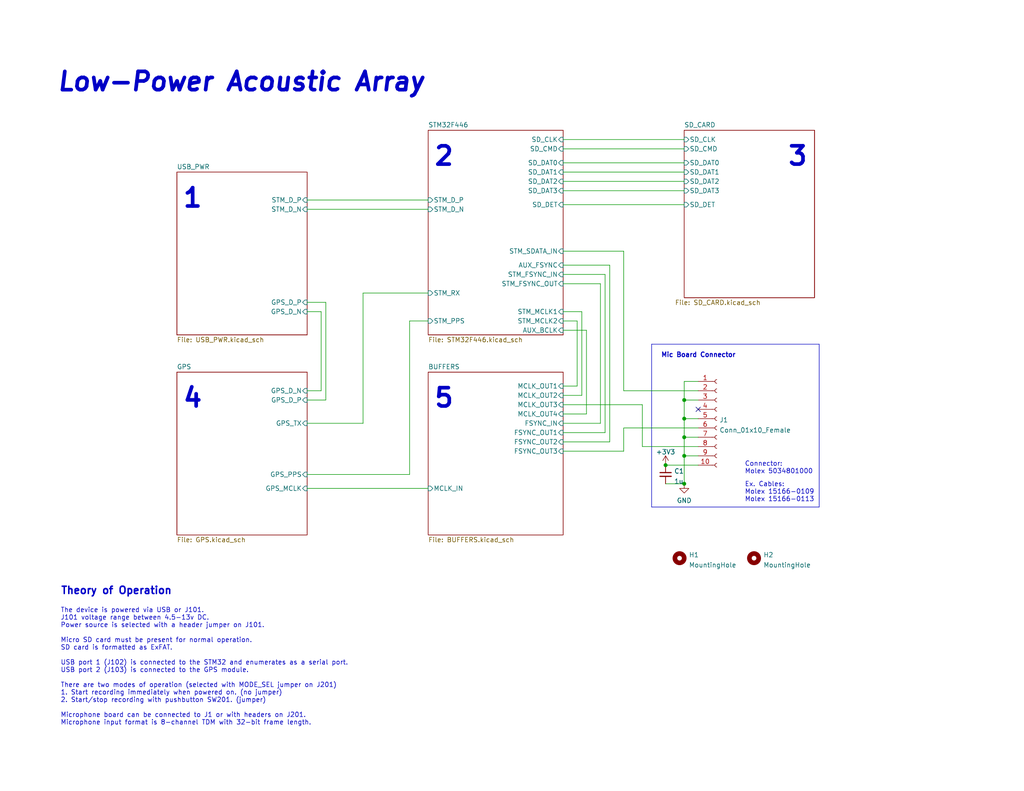
<source format=kicad_sch>
(kicad_sch (version 20230121) (generator eeschema)
  (paper "USLetter")
  (title_block (title "Low Power Array") (date "2023-02-01") (rev "1") (company "UM NCPA") (comment 1 "Charlie Gilliland"))
  (lib_symbols
    (symbol "Connector:Conn_01x10_Female" (pin_names (offset 1.016) hide)
      (property "Reference" "J" (at 0 12.7 0))
      (property "Value" "Conn_01x10_Female" (at 0 -15.24 0))
      (symbol "Conn_01x10_Female_1_1"
        (arc (start 0 -12.192) (mid -0.5058 -12.7) (end 0 -13.208) (stroke (width 0.1524)))
        (arc (start 0 -9.652) (mid -0.5058 -10.16) (end 0 -10.668) (stroke (width 0.1524)))
        (arc (start 0 -7.112) (mid -0.5058 -7.62) (end 0 -8.128) (stroke (width 0.1524)))
        (arc (start 0 -4.572) (mid -0.5058 -5.08) (end 0 -5.588) (stroke (width 0.1524)))
        (arc (start 0 -2.032) (mid -0.5058 -2.54) (end 0 -3.048) (stroke (width 0.1524)))
        (polyline (pts (xy -1.27 -12.7) (xy -0.508 -12.7)) (stroke (width 0.1524)))
        (polyline (pts (xy -1.27 -10.16) (xy -0.508 -10.16)) (stroke (width 0.1524)))
        (polyline (pts (xy -1.27 -7.62) (xy -0.508 -7.62)) (stroke (width 0.1524)))
        (polyline (pts (xy -1.27 -5.08) (xy -0.508 -5.08)) (stroke (width 0.1524)))
        (polyline (pts (xy -1.27 -2.54) (xy -0.508 -2.54)) (stroke (width 0.1524)))
        (polyline (pts (xy -1.27 0) (xy -0.508 0)) (stroke (width 0.1524)))
        (polyline (pts (xy -1.27 2.54) (xy -0.508 2.54)) (stroke (width 0.1524)))
        (polyline (pts (xy -1.27 5.08) (xy -0.508 5.08)) (stroke (width 0.1524)))
        (polyline (pts (xy -1.27 7.62) (xy -0.508 7.62)) (stroke (width 0.1524)))
        (polyline (pts (xy -1.27 10.16) (xy -0.508 10.16)) (stroke (width 0.1524)))
        (arc (start 0 0.508) (mid -0.5058 0) (end 0 -0.508) (stroke (width 0.1524)))
        (arc (start 0 3.048) (mid -0.5058 2.54) (end 0 2.032) (stroke (width 0.1524)))
        (arc (start 0 5.588) (mid -0.5058 5.08) (end 0 4.572) (stroke (width 0.1524)))
        (arc (start 0 8.128) (mid -0.5058 7.62) (end 0 7.112) (stroke (width 0.1524)))
        (arc (start 0 10.668) (mid -0.5058 10.16) (end 0 9.652) (stroke (width 0.1524)))
        (pin passive line (at -5.08 10.16 0) (length 3.81) (name "Pin_1") (number "1"))
        (pin passive line (at -5.08 -12.7 0) (length 3.81) (name "Pin_10") (number "10"))
        (pin passive line (at -5.08 7.62 0) (length 3.81) (name "Pin_2") (number "2"))
        (pin passive line (at -5.08 5.08 0) (length 3.81) (name "Pin_3") (number "3"))
        (pin passive line (at -5.08 2.54 0) (length 3.81) (name "Pin_4") (number "4"))
        (pin passive line (at -5.08 0 0) (length 3.81) (name "Pin_5") (number "5"))
        (pin passive line (at -5.08 -2.54 0) (length 3.81) (name "Pin_6") (number "6"))
        (pin passive line (at -5.08 -5.08 0) (length 3.81) (name "Pin_7") (number "7"))
        (pin passive line (at -5.08 -7.62 0) (length 3.81) (name "Pin_8") (number "8"))
        (pin passive line (at -5.08 -10.16 0) (length 3.81) (name "Pin_9") (number "9"))
      )
    )
    (symbol "Device:C_Small" (pin_numbers hide) (pin_names (offset 0.254) hide)
      (property "Reference" "C" (at 0.254 1.778 0))
      (property "Value" "C_Small" (at 0.254 -2.032 0))
      (symbol "C_Small_0_1"
        (polyline (pts (xy -1.524 -0.508) (xy 1.524 -0.508)) (stroke (width 0.3302)))
        (polyline (pts (xy -1.524 0.508) (xy 1.524 0.508)) (stroke (width 0.3048)))
      )
      (symbol "C_Small_1_1"
        (pin passive line (at 0 2.54 270) (length 2.032) (name "~") (number "1"))
        (pin passive line (at 0 -2.54 90) (length 2.032) (name "~") (number "2"))
      )
    )
    (symbol "Mechanical:MountingHole" (pin_names (offset 1.016))
      (property "Reference" "H" (at 0 5.08 0))
      (property "Value" "MountingHole" (at 0 3.175 0))
      (symbol "MountingHole_0_1"
        (circle (center 0 0) (radius 1.27) (stroke (width 1.27)))
      )
    )
    (symbol "power:+3V3" (power) (pin_names (offset 0))
      (property "Value" "+3V3" (at 0 3.556 0))
      (symbol "+3V3_0_1"
        (polyline (pts (xy -0.762 1.27) (xy 0 2.54)))
        (polyline (pts (xy 0 0) (xy 0 2.54)))
        (polyline (pts (xy 0 2.54) (xy 0.762 1.27)))
      )
      (symbol "+3V3_1_1"
        (pin power_in line (at 0 0 90) (length 0) hide (name "+3V3") (number "1"))
      )
    )
    (symbol "power:GND" (power) (pin_names (offset 0))
      (property "Value" "GND" (at 0 -3.81 0))
      (symbol "GND_0_1"
        (polyline (pts (xy 0 0) (xy 0 -1.27) (xy 1.27 -1.27) (xy 0 -2.54) (xy -1.27 -1.27) (xy 0 -1.27)))
      )
      (symbol "GND_1_1"
        (pin power_in line (at 0 0 270) (length 0) hide (name "GND") (number "1"))
      )
    )
  )
  (junction (at 186.69 132.08))
  (junction (at 186.69 124.46))
  (junction (at 186.69 114.3))
  (junction (at 186.69 109.22))
  (junction (at 181.61 127))
  (junction (at 186.69 119.38))
  (no_connect (at 190.5 111.76))
  (wire (pts (xy 83.82 133.35) (xy 116.84 133.35)))
  (wire (pts (xy 83.82 109.22) (xy 88.9 109.22)))
  (wire (pts (xy 87.63 106.68) (xy 83.82 106.68)))
  (wire (pts (xy 170.18 106.68) (xy 190.5 106.68)))
  (wire (pts (xy 83.82 129.54) (xy 111.76 129.54)))
  (wire (pts (xy 111.76 87.63) (xy 116.84 87.63)))
  (wire (pts (xy 157.48 105.41) (xy 157.48 87.63)))
  (wire (pts (xy 190.5 109.22) (xy 186.69 109.22)))
  (wire (pts (xy 153.67 55.88) (xy 186.69 55.88)))
  (wire (pts (xy 160.02 90.17) (xy 160.02 113.03)))
  (wire (pts (xy 186.69 124.46) (xy 186.69 119.38)))
  (wire (pts (xy 158.75 107.95) (xy 153.67 107.95)))
  (wire (pts (xy 158.75 85.09) (xy 158.75 107.95)))
  (wire (pts (xy 87.63 85.09) (xy 87.63 106.68)))
  (wire (pts (xy 186.69 46.99) (xy 153.67 46.99)))
  (wire (pts (xy 99.06 80.01) (xy 99.06 115.57)))
  (wire (pts (xy 153.67 110.49) (xy 175.26 110.49)))
  (wire (pts (xy 153.67 120.65) (xy 166.37 120.65)))
  (wire (pts (xy 153.67 90.17) (xy 160.02 90.17)))
  (wire (pts (xy 190.5 114.3) (xy 186.69 114.3)))
  (wire (pts (xy 88.9 109.22) (xy 88.9 82.55)))
  (wire (pts (xy 153.67 123.19) (xy 170.18 123.19)))
  (wire (pts (xy 153.67 85.09) (xy 158.75 85.09)))
  (wire (pts (xy 190.5 124.46) (xy 186.69 124.46)))
  (wire (pts (xy 175.26 121.92) (xy 190.5 121.92)))
  (wire (pts (xy 153.67 72.39) (xy 166.37 72.39)))
  (wire (pts (xy 186.69 109.22) (xy 186.69 104.14)))
  (wire (pts (xy 166.37 120.65) (xy 166.37 72.39)))
  (wire (pts (xy 83.82 115.57) (xy 99.06 115.57)))
  (wire (pts (xy 186.69 132.08) (xy 186.69 124.46)))
  (wire (pts (xy 190.5 119.38) (xy 186.69 119.38)))
  (wire (pts (xy 181.61 132.08) (xy 186.69 132.08)))
  (wire (pts (xy 153.67 49.53) (xy 186.69 49.53)))
  (wire (pts (xy 170.18 123.19) (xy 170.18 116.84)))
  (wire (pts (xy 111.76 87.63) (xy 111.76 129.54)))
  (wire (pts (xy 88.9 82.55) (xy 83.82 82.55)))
  (wire (pts (xy 163.83 77.47) (xy 153.67 77.47)))
  (wire (pts (xy 165.1 118.11) (xy 153.67 118.11)))
  (wire (pts (xy 83.82 57.15) (xy 116.84 57.15)))
  (wire (pts (xy 153.67 40.64) (xy 186.69 40.64)))
  (wire (pts (xy 99.06 80.01) (xy 116.84 80.01)))
  (wire (pts (xy 170.18 68.58) (xy 170.18 106.68)))
  (wire (pts (xy 153.67 68.58) (xy 170.18 68.58)))
  (wire (pts (xy 181.61 127) (xy 190.5 127)))
  (wire (pts (xy 157.48 87.63) (xy 153.67 87.63)))
  (wire (pts (xy 186.69 104.14) (xy 190.5 104.14)))
  (wire (pts (xy 186.69 52.07) (xy 153.67 52.07)))
  (wire (pts (xy 83.82 54.61) (xy 116.84 54.61)))
  (wire (pts (xy 175.26 110.49) (xy 175.26 121.92)))
  (wire (pts (xy 163.83 115.57) (xy 163.83 77.47)))
  (wire (pts (xy 153.67 105.41) (xy 157.48 105.41)))
  (polyline (pts (xy 177.8 93.98) (xy 223.52 93.98)))
  (polyline (pts (xy 177.8 138.43) (xy 223.52 138.43)))
  (polyline (pts (xy 177.8 93.98) (xy 177.8 138.43)))
  (wire (pts (xy 153.67 115.57) (xy 163.83 115.57)))
  (wire (pts (xy 186.69 119.38) (xy 186.69 114.3)))
  (wire (pts (xy 153.67 74.93) (xy 165.1 74.93)))
  (polyline (pts (xy 223.52 138.43) (xy 223.52 93.98)))
  (wire (pts (xy 186.69 114.3) (xy 186.69 109.22)))
  (wire (pts (xy 83.82 85.09) (xy 87.63 85.09)))
  (wire (pts (xy 170.18 116.84) (xy 190.5 116.84)))
  (wire (pts (xy 153.67 44.45) (xy 186.69 44.45)))
  (wire (pts (xy 153.67 113.03) (xy 160.02 113.03)))
  (wire (pts (xy 186.69 38.1) (xy 153.67 38.1)))
  (wire (pts (xy 165.1 74.93) (xy 165.1 118.11)))
  (text "The device is powered via USB or J101.\nJ101 voltage range between 4.5-13v DC.\nPower source is selected with a header jumper on J101.\n\nMicro SD card must be present for normal operation.\nSD card is formatted as ExFAT.\n\nUSB port 1 (J102) is connected to the STM32 and enumerates as a serial port.\nUSB port 2 (J103) is connected to the GPS module.\n\nThere are two modes of operation (selected with MODE_SEL jumper on J201)\n1. Start recording immediately when powered on. (no jumper)\n2. Start/stop recording with pushbutton SW201. (jumper)\n\nMicrophone board can be connected to J1 or with headers on J201.\nMicrophone input format is 8-channel TDM with 32-bit frame length." (at 16.51 198.12 0) (effects (font (size 1.27 1.27)) (justify left bottom)))
  (text "4" (at 49.53 111.76 0) (effects (font (size 5 5) bold) (justify left bottom)))
  (text "Connector:\nMolex 5034801000" (at 203.2 129.54 0) (effects (font (size 1.27 1.27)) (justify left bottom)))
  (text "1" (at 49.53 57.15 0) (effects (font (size 5 5) bold) (justify left bottom)))
  (text "2" (at 118.11 45.72 0) (effects (font (size 5 5) bold) (justify left bottom)))
  (text "Theory of Operation" (at 16.51 162.56 0) (effects (font (size 2 2) (thickness 0.4) bold) (justify left bottom)))
  (text "3" (at 214.63 45.72 0) (effects (font (size 5 5) bold) (justify left bottom)))
  (text "5" (at 118.11 111.76 0) (effects (font (size 5 5) bold) (justify left bottom)))
  (text "Mic Board Connector" (at 180.34 97.79 0) (effects (font (size 1.27 1.27) (thickness 0.254) bold) (justify left bottom)))
  (text "Low-Power Acoustic Array" (at 15.24 25.4 0) (effects (font (size 5 5) (thickness 1) bold italic) (justify left bottom)))
  (text "Ex. Cables:\nMolex 15166-0109\nMolex 15166-0113" (at 203.2 137.16 0) (effects (font (size 1.27 1.27)) (justify left bottom)))
  (symbol (lib_id "power:GND") (at 186.69 132.08 0) (unit 1)
    (property "Reference" "#PWR0118" (effects hide))
    (property "Value" "GND" (at 186.69 136.6425 0))
  )
  (symbol (lib_id "Device:C_Small") (at 181.61 129.54 0) (unit 1)
    (property "Reference" "C1" (at 183.9341 128.6378 0) (effects (justify left)))
    (property "Value" "1u" (at 183.9341 131.4129 0) (effects (justify left)))
    (property "Footprint" "Capacitor_SMD:C_0402_1005Metric" (effects hide))
  )
  (symbol (lib_id "Mechanical:MountingHole") (at 205.74 152.4 0) (unit 1)
    (property "Reference" "H2" (at 208.28 151.4915 0) (effects (justify left)))
    (property "Value" "MountingHole" (at 208.28 154.2666 0) (effects (justify left)))
    (property "Footprint" "MountingHole:MountingHole_3.2mm_M3" (effects hide))
  )
  (symbol (lib_id "Connector:Conn_01x10_Female") (at 195.58 114.3 0) (unit 1)
    (property "Reference" "J1" (at 196.2912 114.6615 0) (effects (justify left)))
    (property "Value" "Conn_01x10_Female" (at 196.2912 117.4366 0) (effects (justify left)))
    (property "Footprint" "Molex_5034801000:MOLEX_5034801000" (effects hide))
  )
  (symbol (lib_id "Mechanical:MountingHole") (at 185.42 152.4 0) (unit 1)
    (property "Reference" "H1" (at 187.96 151.4915 0) (effects (justify left)))
    (property "Value" "MountingHole" (at 187.96 154.2666 0) (effects (justify left)))
    (property "Footprint" "MountingHole:MountingHole_3.2mm_M3" (effects hide))
  )
  (symbol (lib_id "power:+3V3") (at 181.61 127 0) (unit 1)
    (property "Reference" "#PWR0119" (effects hide))
    (property "Value" "+3V3" (at 181.61 123.3955 0))
  )
  (sheet (at 116.84 35.56) (size 36.83 55.88) (stroke (width 0.1524))
    (property "Sheetname" "STM32F446" (at 116.84 34.8484 0) (effects (justify left bottom)))
    (property "Sheetfile" "STM32F446.kicad_sch" (at 116.84 92.0246 0) (effects (justify left top)))
    (pin "STM_SDATA_IN" input (at 153.67 68.58 0))
    (pin "STM_RX" input (at 116.84 80.01 180))
    (pin "STM_MCLK2" input (at 153.67 87.63 0))
    (pin "STM_FSYNC_IN" input (at 153.67 74.93 0))
    (pin "STM_D_P" input (at 116.84 54.61 180))
    (pin "STM_FSYNC_OUT" input (at 153.67 77.47 0))
    (pin "STM_PPS" input (at 116.84 87.63 180))
    (pin "STM_MCLK1" input (at 153.67 85.09 0))
    (pin "STM_D_N" input (at 116.84 57.15 180))
    (pin "SD_DAT0" input (at 153.67 44.45 0))
    (pin "SD_DET" input (at 153.67 55.88 0))
    (pin "SD_DAT3" input (at 153.67 52.07 0))
    (pin "SD_DAT2" input (at 153.67 49.53 0))
    (pin "SD_DAT1" input (at 153.67 46.99 0))
    (pin "SD_CLK" input (at 153.67 38.1 0))
    (pin "SD_CMD" input (at 153.67 40.64 0))
    (pin "AUX_FSYNC" input (at 153.67 72.39 0))
    (pin "AUX_BCLK" input (at 153.67 90.17 0))
  )
  (sheet (at 186.69 35.56) (size 35.56 45.72) (stroke (width 0.1524))
    (property "Sheetname" "SD_CARD" (at 186.69 34.8484 0) (effects (justify left bottom)))
    (property "Sheetfile" "SD_CARD.kicad_sch" (at 184.15 81.8646 0) (effects (justify left top)))
    (pin "SD_DAT0" input (at 186.69 44.45 180))
    (pin "SD_DAT1" input (at 186.69 46.99 180))
    (pin "SD_DAT2" input (at 186.69 49.53 180))
    (pin "SD_DAT3" input (at 186.69 52.07 180))
    (pin "SD_CLK" input (at 186.69 38.1 180))
    (pin "SD_DET" input (at 186.69 55.88 180))
    (pin "SD_CMD" input (at 186.69 40.64 180))
  )
  (sheet (at 48.26 46.99) (size 35.56 44.45) (stroke (width 0.1524))
    (property "Sheetname" "USB_PWR" (at 48.26 46.2784 0) (effects (justify left bottom)))
    (property "Sheetfile" "USB_PWR.kicad_sch" (at 48.26 92.0246 0) (effects (justify left top)))
    (pin "STM_D_P" input (at 83.82 54.61 0))
    (pin "STM_D_N" input (at 83.82 57.15 0))
    (pin "GPS_D_P" input (at 83.82 82.55 0))
    (pin "GPS_D_N" input (at 83.82 85.09 0))
  )
  (sheet (at 48.26 101.6) (size 35.56 44.45) (stroke (width 0.1524))
    (property "Sheetname" "GPS" (at 48.26 100.8884 0) (effects (justify left bottom)))
    (property "Sheetfile" "GPS.kicad_sch" (at 48.26 146.6346 0) (effects (justify left top)))
    (pin "GPS_PPS" input (at 83.82 129.54 0))
    (pin "GPS_TX" input (at 83.82 115.57 0))
    (pin "GPS_MCLK" input (at 83.82 133.35 0))
    (pin "GPS_D_P" input (at 83.82 109.22 0))
    (pin "GPS_D_N" input (at 83.82 106.68 0))
  )
  (sheet (at 116.84 101.6) (size 36.83 44.45) (stroke (width 0.1524))
    (property "Sheetname" "BUFFERS" (at 116.84 100.8884 0) (effects (justify left bottom)))
    (property "Sheetfile" "BUFFERS.kicad_sch" (at 116.84 146.6346 0) (effects (justify left top)))
    (pin "MCLK_IN" input (at 116.84 133.35 180))
    (pin "MCLK_OUT1" input (at 153.67 105.41 0))
    (pin "MCLK_OUT2" input (at 153.67 107.95 0))
    (pin "MCLK_OUT3" input (at 153.67 110.49 0))
    (pin "FSYNC_IN" input (at 153.67 115.57 0))
    (pin "FSYNC_OUT1" input (at 153.67 118.11 0))
    (pin "FSYNC_OUT2" input (at 153.67 120.65 0))
    (pin "FSYNC_OUT3" input (at 153.67 123.19 0))
    (pin "MCLK_OUT4" input (at 153.67 113.03 0))
  )
)
</source>
